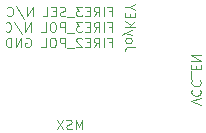
<source format=gbo>
G04 #@! TF.GenerationSoftware,KiCad,Pcbnew,(5.1.8)-1*
G04 #@! TF.CreationDate,2021-03-27T21:37:08+01:00*
G04 #@! TF.ProjectId,MSX,4d53582e-6b69-4636-9164-5f7063625858,rev?*
G04 #@! TF.SameCoordinates,Original*
G04 #@! TF.FileFunction,Legend,Bot*
G04 #@! TF.FilePolarity,Positive*
%FSLAX46Y46*%
G04 Gerber Fmt 4.6, Leading zero omitted, Abs format (unit mm)*
G04 Created by KiCad (PCBNEW (5.1.8)-1) date 2021-03-27 21:37:08*
%MOMM*%
%LPD*%
G01*
G04 APERTURE LIST*
%ADD10C,0.100000*%
G04 APERTURE END LIST*
D10*
X147758095Y-85477142D02*
X147186666Y-85477142D01*
X147072380Y-85515238D01*
X146996190Y-85591428D01*
X146958095Y-85705714D01*
X146958095Y-85781904D01*
X146958095Y-84981904D02*
X146996190Y-85058095D01*
X147034285Y-85096190D01*
X147110476Y-85134285D01*
X147339047Y-85134285D01*
X147415238Y-85096190D01*
X147453333Y-85058095D01*
X147491428Y-84981904D01*
X147491428Y-84867619D01*
X147453333Y-84791428D01*
X147415238Y-84753333D01*
X147339047Y-84715238D01*
X147110476Y-84715238D01*
X147034285Y-84753333D01*
X146996190Y-84791428D01*
X146958095Y-84867619D01*
X146958095Y-84981904D01*
X147491428Y-84448571D02*
X146958095Y-84258095D01*
X147491428Y-84067619D02*
X146958095Y-84258095D01*
X146767619Y-84334285D01*
X146729523Y-84372380D01*
X146691428Y-84448571D01*
X146958095Y-83762857D02*
X147758095Y-83762857D01*
X146958095Y-83305714D02*
X147415238Y-83648571D01*
X147758095Y-83305714D02*
X147300952Y-83762857D01*
X147377142Y-82962857D02*
X147377142Y-82696190D01*
X146958095Y-82581904D02*
X146958095Y-82962857D01*
X147758095Y-82962857D01*
X147758095Y-82581904D01*
X147339047Y-82086666D02*
X146958095Y-82086666D01*
X147758095Y-82353333D02*
X147339047Y-82086666D01*
X147758095Y-81820000D01*
X145527857Y-82462857D02*
X145794523Y-82462857D01*
X145794523Y-82881904D02*
X145794523Y-82081904D01*
X145413571Y-82081904D01*
X145108809Y-82881904D02*
X145108809Y-82081904D01*
X144270714Y-82881904D02*
X144537380Y-82500952D01*
X144727857Y-82881904D02*
X144727857Y-82081904D01*
X144423095Y-82081904D01*
X144346904Y-82120000D01*
X144308809Y-82158095D01*
X144270714Y-82234285D01*
X144270714Y-82348571D01*
X144308809Y-82424761D01*
X144346904Y-82462857D01*
X144423095Y-82500952D01*
X144727857Y-82500952D01*
X143927857Y-82462857D02*
X143661190Y-82462857D01*
X143546904Y-82881904D02*
X143927857Y-82881904D01*
X143927857Y-82081904D01*
X143546904Y-82081904D01*
X143280238Y-82081904D02*
X142785000Y-82081904D01*
X143051666Y-82386666D01*
X142937380Y-82386666D01*
X142861190Y-82424761D01*
X142823095Y-82462857D01*
X142785000Y-82539047D01*
X142785000Y-82729523D01*
X142823095Y-82805714D01*
X142861190Y-82843809D01*
X142937380Y-82881904D01*
X143165952Y-82881904D01*
X143242142Y-82843809D01*
X143280238Y-82805714D01*
X142632619Y-82958095D02*
X142023095Y-82958095D01*
X141870714Y-82843809D02*
X141756428Y-82881904D01*
X141565952Y-82881904D01*
X141489761Y-82843809D01*
X141451666Y-82805714D01*
X141413571Y-82729523D01*
X141413571Y-82653333D01*
X141451666Y-82577142D01*
X141489761Y-82539047D01*
X141565952Y-82500952D01*
X141718333Y-82462857D01*
X141794523Y-82424761D01*
X141832619Y-82386666D01*
X141870714Y-82310476D01*
X141870714Y-82234285D01*
X141832619Y-82158095D01*
X141794523Y-82120000D01*
X141718333Y-82081904D01*
X141527857Y-82081904D01*
X141413571Y-82120000D01*
X141070714Y-82462857D02*
X140804047Y-82462857D01*
X140689761Y-82881904D02*
X141070714Y-82881904D01*
X141070714Y-82081904D01*
X140689761Y-82081904D01*
X139965952Y-82881904D02*
X140346904Y-82881904D01*
X140346904Y-82081904D01*
X139089761Y-82881904D02*
X139089761Y-82081904D01*
X138632619Y-82881904D01*
X138632619Y-82081904D01*
X137680238Y-82043809D02*
X138365952Y-83072380D01*
X136956428Y-82805714D02*
X136994523Y-82843809D01*
X137108809Y-82881904D01*
X137185000Y-82881904D01*
X137299285Y-82843809D01*
X137375476Y-82767619D01*
X137413571Y-82691428D01*
X137451666Y-82539047D01*
X137451666Y-82424761D01*
X137413571Y-82272380D01*
X137375476Y-82196190D01*
X137299285Y-82120000D01*
X137185000Y-82081904D01*
X137108809Y-82081904D01*
X136994523Y-82120000D01*
X136956428Y-82158095D01*
X145527857Y-83762857D02*
X145794523Y-83762857D01*
X145794523Y-84181904D02*
X145794523Y-83381904D01*
X145413571Y-83381904D01*
X145108809Y-84181904D02*
X145108809Y-83381904D01*
X144270714Y-84181904D02*
X144537380Y-83800952D01*
X144727857Y-84181904D02*
X144727857Y-83381904D01*
X144423095Y-83381904D01*
X144346904Y-83420000D01*
X144308809Y-83458095D01*
X144270714Y-83534285D01*
X144270714Y-83648571D01*
X144308809Y-83724761D01*
X144346904Y-83762857D01*
X144423095Y-83800952D01*
X144727857Y-83800952D01*
X143927857Y-83762857D02*
X143661190Y-83762857D01*
X143546904Y-84181904D02*
X143927857Y-84181904D01*
X143927857Y-83381904D01*
X143546904Y-83381904D01*
X143280238Y-83381904D02*
X142785000Y-83381904D01*
X143051666Y-83686666D01*
X142937380Y-83686666D01*
X142861190Y-83724761D01*
X142823095Y-83762857D01*
X142785000Y-83839047D01*
X142785000Y-84029523D01*
X142823095Y-84105714D01*
X142861190Y-84143809D01*
X142937380Y-84181904D01*
X143165952Y-84181904D01*
X143242142Y-84143809D01*
X143280238Y-84105714D01*
X142632619Y-84258095D02*
X142023095Y-84258095D01*
X141832619Y-84181904D02*
X141832619Y-83381904D01*
X141527857Y-83381904D01*
X141451666Y-83420000D01*
X141413571Y-83458095D01*
X141375476Y-83534285D01*
X141375476Y-83648571D01*
X141413571Y-83724761D01*
X141451666Y-83762857D01*
X141527857Y-83800952D01*
X141832619Y-83800952D01*
X140880238Y-83381904D02*
X140727857Y-83381904D01*
X140651666Y-83420000D01*
X140575476Y-83496190D01*
X140537380Y-83648571D01*
X140537380Y-83915238D01*
X140575476Y-84067619D01*
X140651666Y-84143809D01*
X140727857Y-84181904D01*
X140880238Y-84181904D01*
X140956428Y-84143809D01*
X141032619Y-84067619D01*
X141070714Y-83915238D01*
X141070714Y-83648571D01*
X141032619Y-83496190D01*
X140956428Y-83420000D01*
X140880238Y-83381904D01*
X139813571Y-84181904D02*
X140194523Y-84181904D01*
X140194523Y-83381904D01*
X138937380Y-84181904D02*
X138937380Y-83381904D01*
X138480238Y-84181904D01*
X138480238Y-83381904D01*
X137527857Y-83343809D02*
X138213571Y-84372380D01*
X136804047Y-84105714D02*
X136842142Y-84143809D01*
X136956428Y-84181904D01*
X137032619Y-84181904D01*
X137146904Y-84143809D01*
X137223095Y-84067619D01*
X137261190Y-83991428D01*
X137299285Y-83839047D01*
X137299285Y-83724761D01*
X137261190Y-83572380D01*
X137223095Y-83496190D01*
X137146904Y-83420000D01*
X137032619Y-83381904D01*
X136956428Y-83381904D01*
X136842142Y-83420000D01*
X136804047Y-83458095D01*
X145527857Y-85062857D02*
X145794523Y-85062857D01*
X145794523Y-85481904D02*
X145794523Y-84681904D01*
X145413571Y-84681904D01*
X145108809Y-85481904D02*
X145108809Y-84681904D01*
X144270714Y-85481904D02*
X144537380Y-85100952D01*
X144727857Y-85481904D02*
X144727857Y-84681904D01*
X144423095Y-84681904D01*
X144346904Y-84720000D01*
X144308809Y-84758095D01*
X144270714Y-84834285D01*
X144270714Y-84948571D01*
X144308809Y-85024761D01*
X144346904Y-85062857D01*
X144423095Y-85100952D01*
X144727857Y-85100952D01*
X143927857Y-85062857D02*
X143661190Y-85062857D01*
X143546904Y-85481904D02*
X143927857Y-85481904D01*
X143927857Y-84681904D01*
X143546904Y-84681904D01*
X143242142Y-84758095D02*
X143204047Y-84720000D01*
X143127857Y-84681904D01*
X142937380Y-84681904D01*
X142861190Y-84720000D01*
X142823095Y-84758095D01*
X142785000Y-84834285D01*
X142785000Y-84910476D01*
X142823095Y-85024761D01*
X143280238Y-85481904D01*
X142785000Y-85481904D01*
X142632619Y-85558095D02*
X142023095Y-85558095D01*
X141832619Y-85481904D02*
X141832619Y-84681904D01*
X141527857Y-84681904D01*
X141451666Y-84720000D01*
X141413571Y-84758095D01*
X141375476Y-84834285D01*
X141375476Y-84948571D01*
X141413571Y-85024761D01*
X141451666Y-85062857D01*
X141527857Y-85100952D01*
X141832619Y-85100952D01*
X140880238Y-84681904D02*
X140727857Y-84681904D01*
X140651666Y-84720000D01*
X140575476Y-84796190D01*
X140537380Y-84948571D01*
X140537380Y-85215238D01*
X140575476Y-85367619D01*
X140651666Y-85443809D01*
X140727857Y-85481904D01*
X140880238Y-85481904D01*
X140956428Y-85443809D01*
X141032619Y-85367619D01*
X141070714Y-85215238D01*
X141070714Y-84948571D01*
X141032619Y-84796190D01*
X140956428Y-84720000D01*
X140880238Y-84681904D01*
X139813571Y-85481904D02*
X140194523Y-85481904D01*
X140194523Y-84681904D01*
X138518333Y-84720000D02*
X138594523Y-84681904D01*
X138708809Y-84681904D01*
X138823095Y-84720000D01*
X138899285Y-84796190D01*
X138937380Y-84872380D01*
X138975476Y-85024761D01*
X138975476Y-85139047D01*
X138937380Y-85291428D01*
X138899285Y-85367619D01*
X138823095Y-85443809D01*
X138708809Y-85481904D01*
X138632619Y-85481904D01*
X138518333Y-85443809D01*
X138480238Y-85405714D01*
X138480238Y-85139047D01*
X138632619Y-85139047D01*
X138137380Y-85481904D02*
X138137380Y-84681904D01*
X137680238Y-85481904D01*
X137680238Y-84681904D01*
X137299285Y-85481904D02*
X137299285Y-84681904D01*
X137108809Y-84681904D01*
X136994523Y-84720000D01*
X136918333Y-84796190D01*
X136880238Y-84872380D01*
X136842142Y-85024761D01*
X136842142Y-85139047D01*
X136880238Y-85291428D01*
X136918333Y-85367619D01*
X136994523Y-85443809D01*
X137108809Y-85481904D01*
X137299285Y-85481904D01*
X153346095Y-90353880D02*
X152546095Y-90087214D01*
X153346095Y-89820547D01*
X152622285Y-89096738D02*
X152584190Y-89134833D01*
X152546095Y-89249119D01*
X152546095Y-89325309D01*
X152584190Y-89439595D01*
X152660380Y-89515785D01*
X152736571Y-89553880D01*
X152888952Y-89591976D01*
X153003238Y-89591976D01*
X153155619Y-89553880D01*
X153231809Y-89515785D01*
X153308000Y-89439595D01*
X153346095Y-89325309D01*
X153346095Y-89249119D01*
X153308000Y-89134833D01*
X153269904Y-89096738D01*
X152622285Y-88296738D02*
X152584190Y-88334833D01*
X152546095Y-88449119D01*
X152546095Y-88525309D01*
X152584190Y-88639595D01*
X152660380Y-88715785D01*
X152736571Y-88753880D01*
X152888952Y-88791976D01*
X153003238Y-88791976D01*
X153155619Y-88753880D01*
X153231809Y-88715785D01*
X153308000Y-88639595D01*
X153346095Y-88525309D01*
X153346095Y-88449119D01*
X153308000Y-88334833D01*
X153269904Y-88296738D01*
X152469904Y-88144357D02*
X152469904Y-87534833D01*
X152965142Y-87344357D02*
X152965142Y-87077690D01*
X152546095Y-86963404D02*
X152546095Y-87344357D01*
X153346095Y-87344357D01*
X153346095Y-86963404D01*
X152546095Y-86620547D02*
X153346095Y-86620547D01*
X152546095Y-86163404D01*
X153346095Y-86163404D01*
X143268571Y-92436904D02*
X143268571Y-91636904D01*
X143001904Y-92208333D01*
X142735238Y-91636904D01*
X142735238Y-92436904D01*
X142392380Y-92398809D02*
X142278095Y-92436904D01*
X142087619Y-92436904D01*
X142011428Y-92398809D01*
X141973333Y-92360714D01*
X141935238Y-92284523D01*
X141935238Y-92208333D01*
X141973333Y-92132142D01*
X142011428Y-92094047D01*
X142087619Y-92055952D01*
X142240000Y-92017857D01*
X142316190Y-91979761D01*
X142354285Y-91941666D01*
X142392380Y-91865476D01*
X142392380Y-91789285D01*
X142354285Y-91713095D01*
X142316190Y-91675000D01*
X142240000Y-91636904D01*
X142049523Y-91636904D01*
X141935238Y-91675000D01*
X141668571Y-91636904D02*
X141135238Y-92436904D01*
X141135238Y-91636904D02*
X141668571Y-92436904D01*
M02*

</source>
